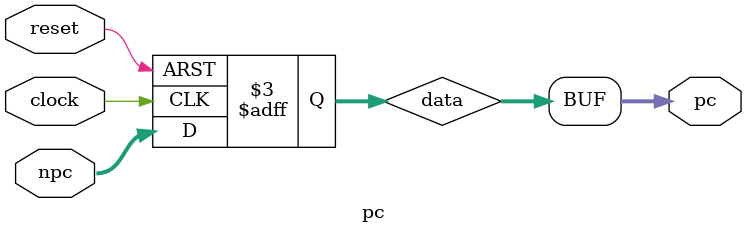
<source format=v>
module pc(pc,clock,reset,npc);

    output [31:0] pc;
    input clock; //时钟信号，上升沿有效
    input reset; //复位信号，下降沿有效
    input [31:0] npc; //npc=pc+4，即下一条指令的pc

    reg [31:0] data; //临时变量

    always @(posedge clock or negedge reset) //异步复位，clock上升沿有效，reset下降沿有效
        begin
            if (reset == 0) //reset信号有效时
                data <= 32'h00003000; //复位为00003000
            else
                data <= npc;
        end

    assign pc = data;

endmodule

</source>
